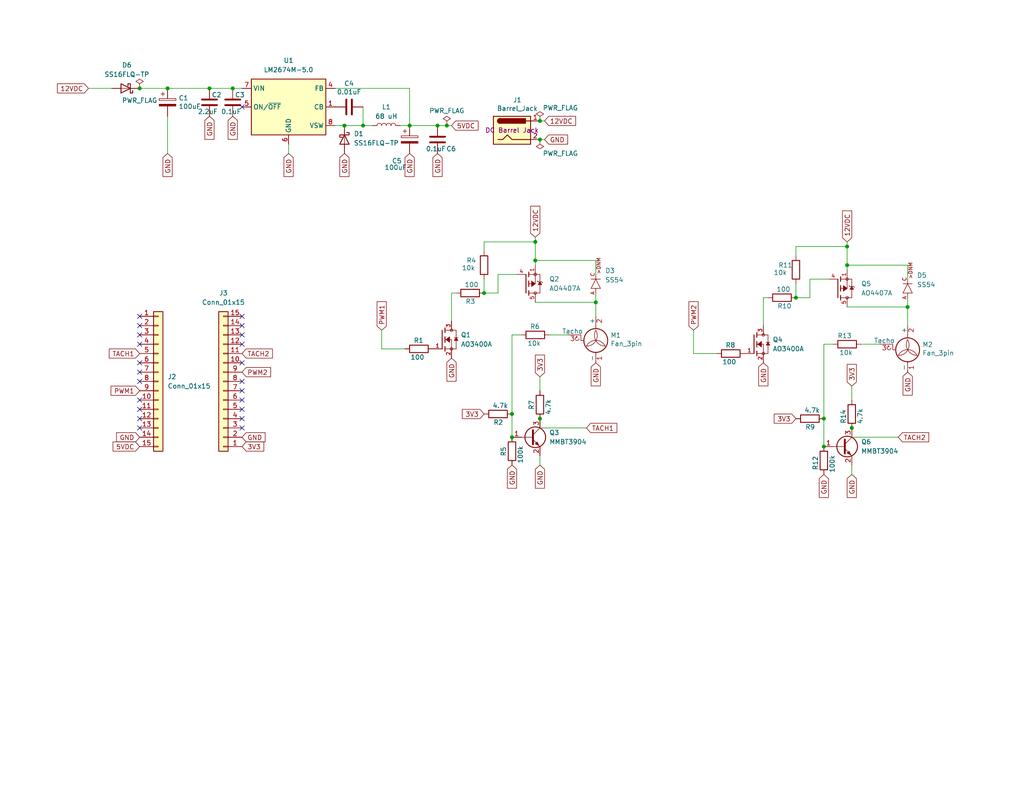
<source format=kicad_sch>
(kicad_sch (version 20250114) (generator "eeschema") (generator_version "9.0")
  (paper "USLetter")
  (lib_symbols
    (symbol "AO3400A:AO3400A" (pin_names (offset 1.016))
      (property "Reference" "Q" (at -8.89 2.54 0))
      (property "Value" "AO3400A" (at -8.89 -7.62 0))
      (symbol "AO3400A_0_0"
        (polyline (pts (xy 0 2.54) (xy 0 -2.54)) (stroke (width 0.254)))
        (polyline (pts (xy 0.762 3.175) (xy 0.762 2.54)) (stroke (width 0.254)))
        (polyline (pts (xy 0.762 2.54) (xy 0.762 1.905)) (stroke (width 0.254)))
        (polyline (pts (xy 0.762 2.54) (xy 3.81 2.54)) (stroke (width 0.1524)))
        (polyline (pts (xy 0.762 0.762) (xy 0.762 0)) (stroke (width 0.254)))
        (polyline (pts (xy 0.762 0) (xy 0.762 -0.762)) (stroke (width 0.254)))
        (polyline (pts (xy 0.762 0) (xy 2.54 0)) (stroke (width 0.1524)))
        (polyline (pts (xy 0.762 -1.905) (xy 0.762 -2.54)) (stroke (width 0.254)))
        (polyline (pts (xy 0.762 -2.54) (xy 0.762 -3.175)) (stroke (width 0.254)))
        (polyline (pts (xy 1.016 0) (xy 2.032 0.762) (xy 2.032 -0.762) (xy 1.016 0)) (stroke (width 0.1524)) (fill (type outline)))
        (circle (center 2.54 2.54) (radius 0.3592))
        (polyline (pts (xy 2.54 0) (xy 2.54 -2.54)) (stroke (width 0.1524)))
        (polyline (pts (xy 2.54 -2.54) (xy 0.762 -2.54)) (stroke (width 0.1524)))
        (polyline (pts (xy 2.54 -2.54) (xy 3.81 -2.54)) (stroke (width 0.1524)))
        (circle (center 2.54 -2.54) (radius 0.3592))
        (polyline (pts (xy 3.81 2.54) (xy 3.81 0.508)) (stroke (width 0.1524)))
        (polyline (pts (xy 3.81 0.508) (xy 3.302 0.508)) (stroke (width 0.1524)))
        (polyline (pts (xy 3.81 0.508) (xy 3.81 -2.54)) (stroke (width 0.1524)))
        (polyline (pts (xy 3.81 0.508) (xy 3.302 -0.254) (xy 4.318 -0.254) (xy 3.81 0.508)) (stroke (width 0.1524)) (fill (type outline)))
        (polyline (pts (xy 4.318 0.508) (xy 3.81 0.508)) (stroke (width 0.1524)))
        (pin passive line (at -2.54 -2.54 0) (length 2.54) (name "~") (number "1"))
        (pin passive line (at 2.54 5.08 270) (length 2.54) (name "~") (number "3"))
        (pin passive line (at 2.54 -5.08 90) (length 2.54) (name "~") (number "2"))
      )
    )
    (symbol "AO4407A:AO4407A" (pin_names (offset 1.016))
      (property "Reference" "Q" (at -8.89 3.81 0))
      (property "Value" "AO4407A" (at -8.89 -6.35 0))
      (symbol "AO4407A_0_0"
        (polyline (pts (xy 0 -2.54) (xy 0 2.54)) (stroke (width 0.254)))
        (polyline (pts (xy 0.762 2.54) (xy 0.762 3.175)) (stroke (width 0.254)))
        (polyline (pts (xy 0.762 1.905) (xy 0.762 2.54)) (stroke (width 0.254)))
        (polyline (pts (xy 0.762 0) (xy 0.762 0.762)) (stroke (width 0.254)))
        (polyline (pts (xy 0.762 0) (xy 2.54 0)) (stroke (width 0.1524)))
        (polyline (pts (xy 0.762 -0.762) (xy 0.762 0)) (stroke (width 0.254)))
        (polyline (pts (xy 0.762 -2.54) (xy 0.762 -1.905)) (stroke (width 0.254)))
        (polyline (pts (xy 0.762 -2.54) (xy 3.81 -2.54)) (stroke (width 0.1524)))
        (polyline (pts (xy 0.762 -3.175) (xy 0.762 -2.54)) (stroke (width 0.254)))
        (polyline (pts (xy 2.54 2.54) (xy 0.762 2.54)) (stroke (width 0.1524)))
        (polyline (pts (xy 2.54 2.54) (xy 3.81 2.54)) (stroke (width 0.1524)))
        (circle (center 2.54 2.54) (radius 0.3592))
        (polyline (pts (xy 2.54 0) (xy 2.54 2.54)) (stroke (width 0.1524)))
        (polyline (pts (xy 2.54 0) (xy 1.524 0.762) (xy 1.524 -0.762) (xy 2.54 0)) (stroke (width 0.1524)) (fill (type outline)))
        (circle (center 2.54 -2.54) (radius 0.3592))
        (polyline (pts (xy 3.048 0.762) (xy 3.302 0.508)) (stroke (width 0.1524)))
        (polyline (pts (xy 3.302 0.508) (xy 3.81 0.508)) (stroke (width 0.1524)))
        (polyline (pts (xy 3.81 0.508) (xy 3.81 2.54)) (stroke (width 0.1524)))
        (polyline (pts (xy 3.81 0.508) (xy 4.318 0.508)) (stroke (width 0.1524)))
        (polyline (pts (xy 3.81 0.508) (xy 4.318 -0.254) (xy 3.302 -0.254) (xy 3.81 0.508)) (stroke (width 0.1524)) (fill (type outline)))
        (polyline (pts (xy 3.81 -2.54) (xy 3.81 0.508)) (stroke (width 0.1524)))
        (polyline (pts (xy 4.318 0.508) (xy 4.572 0.254)) (stroke (width 0.1524)))
        (pin passive line (at -2.54 2.54 0) (length 2.54) (name "~") (number "4"))
        (pin passive line (at 2.54 5.08 270) (length 2.54) (name "~") (number "1"))
        (pin passive line (at 2.54 5.08 270) (length 2.54) (hide yes) (name "~") (number "2"))
        (pin passive line (at 2.54 5.08 270) (length 2.54) (hide yes) (name "~") (number "3"))
        (pin passive line (at 2.54 -5.08 90) (length 2.54) (name "~") (number "5"))
        (pin passive line (at 2.54 -5.08 90) (length 2.54) (hide yes) (name "~") (number "6"))
        (pin passive line (at 2.54 -5.08 90) (length 2.54) (hide yes) (name "~") (number "7"))
        (pin passive line (at 2.54 -5.08 90) (length 2.54) (hide yes) (name "~") (number "8"))
      )
    )
    (symbol "Connector:Barrel_Jack" (pin_names (offset 1.016))
      (property "Reference" "J" (at 0 5.334 0))
      (property "Value" "Barrel_Jack" (at 0 -5.08 0))
      (symbol "Barrel_Jack_0_1"
        (rectangle (start -5.08 3.81) (end 5.08 -3.81) (stroke (width 0.254)) (fill (type background)))
        (polyline (pts (xy -3.81 -2.54) (xy -2.54 -2.54) (xy -1.27 -1.27) (xy 0 -2.54) (xy 2.54 -2.54) (xy 5.08 -2.54)) (stroke (width 0.254)))
        (arc (start -3.302 1.905) (mid -3.9343 2.54) (end -3.302 3.175) (stroke (width 0.254)))
        (arc (start -3.302 1.905) (mid -3.9343 2.54) (end -3.302 3.175) (stroke (width 0.254)) (fill (type outline)))
        (rectangle (start 3.683 3.175) (end -3.302 1.905) (stroke (width 0.254)) (fill (type outline)))
        (polyline (pts (xy 5.08 2.54) (xy 3.81 2.54)) (stroke (width 0.254)))
      )
      (symbol "Barrel_Jack_1_1"
        (pin passive line (at 7.62 2.54 180) (length 2.54) (name "~") (number "1"))
        (pin passive line (at 7.62 -2.54 180) (length 2.54) (name "~") (number "2"))
      )
    )
    (symbol "Connector_Generic:Conn_01x15" (pin_names (offset 1.016) (hide yes))
      (property "Reference" "J" (at 0 20.32 0))
      (property "Value" "Conn_01x15" (at 0 -20.32 0))
      (symbol "Conn_01x15_1_1"
        (rectangle (start -1.27 19.05) (end 1.27 -19.05) (stroke (width 0.254)) (fill (type background)))
        (rectangle (start -1.27 17.907) (end 0 17.653) (stroke (width 0.1524)))
        (rectangle (start -1.27 15.367) (end 0 15.113) (stroke (width 0.1524)))
        (rectangle (start -1.27 12.827) (end 0 12.573) (stroke (width 0.1524)))
        (rectangle (start -1.27 10.287) (end 0 10.033) (stroke (width 0.1524)))
        (rectangle (start -1.27 7.747) (end 0 7.493) (stroke (width 0.1524)))
        (rectangle (start -1.27 5.207) (end 0 4.953) (stroke (width 0.1524)))
        (rectangle (start -1.27 2.667) (end 0 2.413) (stroke (width 0.1524)))
        (rectangle (start -1.27 0.127) (end 0 -0.127) (stroke (width 0.1524)))
        (rectangle (start -1.27 -2.413) (end 0 -2.667) (stroke (width 0.1524)))
        (rectangle (start -1.27 -4.953) (end 0 -5.207) (stroke (width 0.1524)))
        (rectangle (start -1.27 -7.493) (end 0 -7.747) (stroke (width 0.1524)))
        (rectangle (start -1.27 -10.033) (end 0 -10.287) (stroke (width 0.1524)))
        (rectangle (start -1.27 -12.573) (end 0 -12.827) (stroke (width 0.1524)))
        (rectangle (start -1.27 -15.113) (end 0 -15.367) (stroke (width 0.1524)))
        (rectangle (start -1.27 -17.653) (end 0 -17.907) (stroke (width 0.1524)))
        (pin passive line (at -5.08 17.78 0) (length 3.81) (name "Pin_1") (number "1"))
        (pin passive line (at -5.08 15.24 0) (length 3.81) (name "Pin_2") (number "2"))
        (pin passive line (at -5.08 12.7 0) (length 3.81) (name "Pin_3") (number "3"))
        (pin passive line (at -5.08 10.16 0) (length 3.81) (name "Pin_4") (number "4"))
        (pin passive line (at -5.08 7.62 0) (length 3.81) (name "Pin_5") (number "5"))
        (pin passive line (at -5.08 5.08 0) (length 3.81) (name "Pin_6") (number "6"))
        (pin passive line (at -5.08 2.54 0) (length 3.81) (name "Pin_7") (number "7"))
        (pin passive line (at -5.08 0 0) (length 3.81) (name "Pin_8") (number "8"))
        (pin passive line (at -5.08 -2.54 0) (length 3.81) (name "Pin_9") (number "9"))
        (pin passive line (at -5.08 -5.08 0) (length 3.81) (name "Pin_10") (number "10"))
        (pin passive line (at -5.08 -7.62 0) (length 3.81) (name "Pin_11") (number "11"))
        (pin passive line (at -5.08 -10.16 0) (length 3.81) (name "Pin_12") (number "12"))
        (pin passive line (at -5.08 -12.7 0) (length 3.81) (name "Pin_13") (number "13"))
        (pin passive line (at -5.08 -15.24 0) (length 3.81) (name "Pin_14") (number "14"))
        (pin passive line (at -5.08 -17.78 0) (length 3.81) (name "Pin_15") (number "15"))
      )
    )
    (symbol "Device:C" (pin_numbers (hide yes)) (pin_names (offset 0.254))
      (property "Reference" "C" (at 0.635 2.54 0))
      (property "Value" "C" (at 0.635 -2.54 0))
      (symbol "C_0_1"
        (polyline (pts (xy -2.032 0.762) (xy 2.032 0.762)) (stroke (width 0.508)))
        (polyline (pts (xy -2.032 -0.762) (xy 2.032 -0.762)) (stroke (width 0.508)))
      )
      (symbol "C_1_1"
        (pin passive line (at 0 3.81 270) (length 2.794) (name "~") (number "1"))
        (pin passive line (at 0 -3.81 90) (length 2.794) (name "~") (number "2"))
      )
    )
    (symbol "Device:C_Polarized" (pin_numbers (hide yes)) (pin_names (offset 0.254))
      (property "Reference" "C" (at 0.635 2.54 0))
      (property "Value" "C_Polarized" (at 0.635 -2.54 0))
      (symbol "C_Polarized_0_1"
        (rectangle (start -2.286 0.508) (end 2.286 1.016))
        (polyline (pts (xy -1.778 2.286) (xy -0.762 2.286)))
        (polyline (pts (xy -1.27 2.794) (xy -1.27 1.778)))
        (rectangle (start 2.286 -0.508) (end -2.286 -1.016) (fill (type outline)))
      )
      (symbol "C_Polarized_1_1"
        (pin passive line (at 0 3.81 270) (length 2.794) (name "~") (number "1"))
        (pin passive line (at 0 -3.81 90) (length 2.794) (name "~") (number "2"))
      )
    )
    (symbol "Device:L" (pin_numbers (hide yes)) (pin_names (offset 1.016) (hide yes))
      (property "Reference" "L" (at -1.27 0 90))
      (property "Value" "L" (at 1.905 0 90))
      (symbol "L_0_1"
        (arc (start 0 2.54) (mid 0.6323 1.905) (end 0 1.27))
        (arc (start 0 1.27) (mid 0.6323 0.635) (end 0 0))
        (arc (start 0 0) (mid 0.6323 -0.635) (end 0 -1.27))
        (arc (start 0 -1.27) (mid 0.6323 -1.905) (end 0 -2.54))
      )
      (symbol "L_1_1"
        (pin passive line (at 0 3.81 270) (length 1.27) (name "1") (number "1"))
        (pin passive line (at 0 -3.81 90) (length 1.27) (name "2") (number "2"))
      )
    )
    (symbol "Device:R" (pin_numbers (hide yes)) (pin_names (offset 0))
      (property "Reference" "R" (at 2.032 0 90))
      (property "Value" "R" (at 0 0 90))
      (symbol "R_0_1"
        (rectangle (start -1.016 -2.54) (end 1.016 2.54) (stroke (width 0.254)))
      )
      (symbol "R_1_1"
        (pin passive line (at 0 3.81 270) (length 1.27) (name "~") (number "1"))
        (pin passive line (at 0 -3.81 90) (length 1.27) (name "~") (number "2"))
      )
    )
    (symbol "Diode:SS16" (pin_numbers (hide yes)) (pin_names (offset 1.016) (hide yes))
      (property "Reference" "D" (at 0 2.54 0))
      (property "Value" "SS16" (at 0 -2.54 0))
      (symbol "SS16_0_1"
        (polyline (pts (xy -1.905 0.635) (xy -1.905 1.27) (xy -1.27 1.27) (xy -1.27 -1.27) (xy -0.635 -1.27) (xy -0.635 -0.635)) (stroke (width 0.254)))
        (polyline (pts (xy 1.27 1.27) (xy 1.27 -1.27) (xy -1.27 0) (xy 1.27 1.27)) (stroke (width 0.254)))
        (polyline (pts (xy 1.27 0) (xy -1.27 0)))
      )
      (symbol "SS16_1_1"
        (pin passive line (at -3.81 0 0) (length 2.54) (name "K") (number "1"))
        (pin passive line (at 3.81 0 180) (length 2.54) (name "A") (number "2"))
      )
    )
    (symbol "Motor:Fan_3pin" (pin_names (offset 0))
      (property "Reference" "M" (at 2.54 2.54 0))
      (property "Value" "Fan_3pin" (at 2.54 -5.08 0))
      (symbol "Fan_3pin_0_0"
        (polyline (pts (xy -5.08 -0.508) (xy -5.334 -0.381)))
        (polyline (pts (xy -5.08 -0.508) (xy -5.207 -0.762)))
        (arc (start -4.572 -1.016) (mid -5.08 -1.5218) (end -5.588 -1.016))
        (arc (start -5.588 -1.016) (mid -5.4392 -0.6568) (end -5.08 -0.508))
        (polyline (pts (xy -4.064 0) (xy -4.064 -1.524) (xy -3.302 -1.524)))
      )
      (symbol "Fan_3pin_0_1"
        (polyline (pts (xy -4.064 0) (xy -5.08 0)))
        (arc (start 0 1.27) (mid -0.0015 -1.6352) (end -2.54 -3.048))
        (polyline (pts (xy 0 2.032) (xy 0 2.54)))
        (polyline (pts (xy 0 1.7272) (xy 0 2.0828)))
        (circle (center 0 -1.524) (radius 3.2512) (stroke (width 0.254)))
        (arc (start -2.54 -3.048) (mid 0 -1.4782) (end 2.54 -3.048))
        (polyline (pts (xy 0 -4.7752) (xy 0 -5.1816)))
        (polyline (pts (xy 0 -7.62) (xy 0 -7.112)))
        (arc (start 2.54 -3.048) (mid 0.047 -1.6085) (end 0 1.27))
      )
      (symbol "Fan_3pin_1_1"
        (pin passive line (at -7.62 0 0) (length 2.54) (name "Tacho") (number "3"))
        (pin passive line (at 0 5.08 270) (length 2.54) (name "+") (number "2"))
        (pin passive line (at 0 -7.62 90) (length 2.54) (name "-") (number "1"))
      )
    )
    (symbol "Regulator_Switching:LM2674M-5.0"
      (property "Reference" "U" (at -10.16 8.89 0))
      (property "Value" "LM2674M-5.0" (at 0 8.89 0))
      (symbol "LM2674M-5.0_0_1"
        (rectangle (start -10.16 7.62) (end 10.16 -7.62) (stroke (width 0.254)) (fill (type background)))
      )
      (symbol "LM2674M-5.0_1_1"
        (pin power_in line (at -12.7 5.08 0) (length 2.54) (name "VIN") (number "7"))
        (pin input line (at -12.7 0 0) (length 2.54) (name "ON/~{OFF}") (number "5"))
        (pin no_connect line (at -10.16 -2.54 0) (length 2.54) (hide yes) (name "NC") (number "2"))
        (pin no_connect line (at -10.16 -5.08 0) (length 2.54) (hide yes) (name "NC") (number "3"))
        (pin power_in line (at 0 -10.16 90) (length 2.54) (name "GND") (number "6"))
        (pin input line (at 12.7 5.08 180) (length 2.54) (name "FB") (number "4"))
        (pin input line (at 12.7 0 180) (length 2.54) (name "CB") (number "1"))
        (pin output line (at 12.7 -5.08 180) (length 2.54) (name "VSW") (number "8"))
      )
    )
    (symbol "SS54:SS54" (pin_names (offset 1.016))
      (property "Reference" "D" (at 2.54 0.762 0))
      (property "Value" "SS54" (at 0 0 0))
      (symbol "SS54_0_0"
        (polyline (pts (xy -1.27 1.27) (xy -1.27 0)) (stroke (width 0.1524)))
        (polyline (pts (xy -1.27 0) (xy -2.54 0)) (stroke (width 0.1524)))
        (polyline (pts (xy -1.27 0) (xy -1.27 -1.27)) (stroke (width 0.1524)))
        (polyline (pts (xy -1.27 -1.27) (xy 1.27 0)) (stroke (width 0.1524)))
        (polyline (pts (xy 1.27 1.27) (xy 1.27 0)) (stroke (width 0.1524)))
        (polyline (pts (xy 1.27 0) (xy -1.27 1.27)) (stroke (width 0.1524)))
        (polyline (pts (xy 1.27 0) (xy 1.27 -1.27)) (stroke (width 0.1524)))
        (polyline (pts (xy 2.54 0) (xy 1.27 0)) (stroke (width 0.1524)))
        (text ">DNM" (at 2.54 -0.7874 0) (effects (font (size 1.016 1.016)) (justify left)))
        (pin input line (at -2.54 0 0) (length 0) (name "~") (number "A"))
        (pin output line (at 2.54 0 0) (length 0) (name "~") (number "C"))
      )
    )
    (symbol "Transistor_BJT:MMBT3904" (pin_names (offset 0) (hide yes))
      (property "Reference" "Q" (at 5.08 1.905 0))
      (property "Value" "MMBT3904" (at 5.08 0 0))
      (symbol "MMBT3904_0_1"
        (polyline (pts (xy -2.54 0) (xy 0.635 0)))
        (polyline (pts (xy 0.635 1.905) (xy 0.635 -1.905)) (stroke (width 0.508)))
        (circle (center 1.27 0) (radius 2.8194) (stroke (width 0.254)))
      )
      (symbol "MMBT3904_1_1"
        (polyline (pts (xy 0.635 0.635) (xy 2.54 2.54)))
        (polyline (pts (xy 0.635 -0.635) (xy 2.54 -2.54)))
        (polyline (pts (xy 1.27 -1.778) (xy 1.778 -1.27) (xy 2.286 -2.286) (xy 1.27 -1.778)) (fill (type outline)))
        (pin input line (at -5.08 0 0) (length 2.54) (name "B") (number "1"))
        (pin passive line (at 2.54 5.08 270) (length 2.54) (name "C") (number "3"))
        (pin passive line (at 2.54 -5.08 90) (length 2.54) (name "E") (number "2"))
      )
    )
    (symbol "power:PWR_FLAG" (power) (pin_numbers (hide yes)) (pin_names (offset 0) (hide yes))
      (property "Value" "PWR_FLAG" (at 0 3.81 0))
      (symbol "PWR_FLAG_0_0"
        (pin power_out line (at 0 0 90) (length 0) (name "~") (number "1"))
      )
      (symbol "PWR_FLAG_0_1"
        (polyline (pts (xy 0 0) (xy 0 1.27) (xy -1.016 1.905) (xy 0 2.54) (xy 1.016 1.905) (xy 0 1.27)))
      )
    )
  )
  (junction (at 146.05 66.04))
  (junction (at 93.98 34.29))
  (junction (at 139.7 113.03))
  (junction (at 224.79 121.92))
  (junction (at 111.76 34.29))
  (junction (at 38.1 24.13))
  (junction (at 147.32 38.1))
  (junction (at 147.32 114.3))
  (junction (at 217.17 81.28))
  (junction (at 119.38 34.29))
  (junction (at 45.72 24.13))
  (junction (at 99.06 34.29))
  (junction (at 132.08 80.01))
  (junction (at 231.14 67.31))
  (junction (at 162.56 82.55))
  (junction (at 63.5 24.13))
  (junction (at 224.79 114.3))
  (junction (at 232.41 116.84))
  (junction (at 139.7 119.38))
  (junction (at 57.15 24.13))
  (junction (at 231.14 72.39))
  (junction (at 247.65 83.82))
  (junction (at 146.05 71.12))
  (junction (at 147.32 33.02))
  (junction (at 121.92 34.29))
  (no_connect (at 66.04 116.84))
  (no_connect (at 38.1 114.3))
  (no_connect (at 66.04 91.44))
  (no_connect (at 38.1 104.14))
  (no_connect (at 38.1 86.36))
  (no_connect (at 38.1 93.98))
  (no_connect (at 66.04 86.36))
  (no_connect (at 38.1 116.84))
  (no_connect (at 66.04 114.3))
  (no_connect (at 38.1 88.9))
  (no_connect (at 66.04 109.22))
  (no_connect (at 38.1 99.06))
  (no_connect (at 38.1 109.22))
  (no_connect (at 66.04 111.76))
  (no_connect (at 38.1 101.6))
  (no_connect (at 66.04 99.06))
  (no_connect (at 66.04 106.68))
  (no_connect (at 66.04 88.9))
  (no_connect (at 38.1 111.76))
  (no_connect (at 38.1 91.44))
  (no_connect (at 66.04 93.98))
  (no_connect (at 66.04 104.14))
  (no_connect (at 66.04 29.21))
  (wire (pts (xy 24.13 24.13) (xy 30.48 24.13)))
  (wire (pts (xy 132.08 76.2) (xy 132.08 80.01)))
  (wire (pts (xy 146.05 71.12) (xy 162.56 71.12)))
  (wire (pts (xy 109.22 34.29) (xy 111.76 34.29)))
  (wire (pts (xy 99.06 34.29) (xy 99.06 29.21)))
  (wire (pts (xy 78.74 39.37) (xy 78.74 41.91)))
  (wire (pts (xy 224.79 114.3) (xy 224.79 121.92)))
  (wire (pts (xy 123.19 80.01) (xy 124.46 80.01)))
  (wire (pts (xy 91.44 24.13) (xy 111.76 24.13)))
  (wire (pts (xy 135.89 80.01) (xy 132.08 80.01)))
  (wire (pts (xy 232.41 119.38) (xy 245.11 119.38)))
  (wire (pts (xy 234.95 93.98) (xy 240.03 93.98)))
  (wire (pts (xy 146.05 82.55) (xy 162.56 82.55)))
  (wire (pts (xy 232.41 105.41) (xy 232.41 109.22)))
  (wire (pts (xy 142.24 91.44) (xy 139.7 91.44)))
  (wire (pts (xy 231.14 72.39) (xy 231.14 73.66)))
  (wire (pts (xy 232.41 129.54) (xy 232.41 127)))
  (wire (pts (xy 45.72 31.75) (xy 45.72 41.91)))
  (wire (pts (xy 146.05 64.77) (xy 146.05 66.04)))
  (wire (pts (xy 91.44 34.29) (xy 93.98 34.29)))
  (wire (pts (xy 121.92 34.29) (xy 123.19 34.29)))
  (wire (pts (xy 162.56 74.93) (xy 162.56 71.12)))
  (wire (pts (xy 217.17 67.31) (xy 217.17 69.85)))
  (wire (pts (xy 147.32 102.87) (xy 147.32 106.68)))
  (wire (pts (xy 247.65 81.28) (xy 247.65 83.82)))
  (wire (pts (xy 135.89 74.93) (xy 135.89 80.01)))
  (wire (pts (xy 189.23 96.52) (xy 195.58 96.52)))
  (wire (pts (xy 217.17 77.47) (xy 217.17 81.28)))
  (wire (pts (xy 220.98 76.2) (xy 226.06 76.2)))
  (wire (pts (xy 111.76 34.29) (xy 119.38 34.29)))
  (wire (pts (xy 101.6 34.29) (xy 99.06 34.29)))
  (wire (pts (xy 93.98 34.29) (xy 99.06 34.29)))
  (wire (pts (xy 45.72 24.13) (xy 57.15 24.13)))
  (wire (pts (xy 232.41 116.84) (xy 232.41 119.38)))
  (wire (pts (xy 247.65 83.82) (xy 247.65 88.9)))
  (wire (pts (xy 139.7 113.03) (xy 139.7 119.38)))
  (wire (pts (xy 63.5 24.13) (xy 66.04 24.13)))
  (wire (pts (xy 146.05 66.04) (xy 146.05 71.12)))
  (wire (pts (xy 132.08 66.04) (xy 146.05 66.04)))
  (wire (pts (xy 231.14 72.39) (xy 247.65 72.39)))
  (wire (pts (xy 247.65 76.2) (xy 247.65 72.39)))
  (wire (pts (xy 111.76 24.13) (xy 111.76 34.29)))
  (wire (pts (xy 162.56 80.01) (xy 162.56 82.55)))
  (wire (pts (xy 147.32 124.46) (xy 147.32 127)))
  (wire (pts (xy 231.14 67.31) (xy 231.14 72.39)))
  (wire (pts (xy 146.05 71.12) (xy 146.05 72.39)))
  (wire (pts (xy 147.32 116.84) (xy 160.02 116.84)))
  (wire (pts (xy 132.08 66.04) (xy 132.08 68.58)))
  (wire (pts (xy 220.98 76.2) (xy 220.98 81.28)))
  (wire (pts (xy 104.14 90.17) (xy 104.14 95.25)))
  (wire (pts (xy 208.28 81.28) (xy 209.55 81.28)))
  (wire (pts (xy 104.14 95.25) (xy 110.49 95.25)))
  (wire (pts (xy 57.15 24.13) (xy 63.5 24.13)))
  (wire (pts (xy 189.23 90.17) (xy 189.23 96.52)))
  (wire (pts (xy 147.32 33.02) (xy 148.59 33.02)))
  (wire (pts (xy 139.7 91.44) (xy 139.7 113.03)))
  (wire (pts (xy 208.28 88.9) (xy 208.28 81.28)))
  (wire (pts (xy 119.38 34.29) (xy 121.92 34.29)))
  (wire (pts (xy 147.32 114.3) (xy 147.32 116.84)))
  (wire (pts (xy 217.17 67.31) (xy 231.14 67.31)))
  (wire (pts (xy 135.89 74.93) (xy 140.97 74.93)))
  (wire (pts (xy 231.14 66.04) (xy 231.14 67.31)))
  (wire (pts (xy 149.86 91.44) (xy 154.94 91.44)))
  (wire (pts (xy 123.19 87.63) (xy 123.19 80.01)))
  (wire (pts (xy 38.1 24.13) (xy 45.72 24.13)))
  (wire (pts (xy 162.56 82.55) (xy 162.56 86.36)))
  (wire (pts (xy 148.59 38.1) (xy 147.32 38.1)))
  (wire (pts (xy 227.33 93.98) (xy 224.79 93.98)))
  (wire (pts (xy 220.98 81.28) (xy 217.17 81.28)))
  (wire (pts (xy 224.79 93.98) (xy 224.79 114.3)))
  (wire (pts (xy 231.14 83.82) (xy 247.65 83.82)))
  (global_label "GND" (shape input) (at 232.41 129.54 270) (property "Intersheetrefs" "${INTERSHEET_REFS}" (effects (hide yes))))
  (global_label "GND" (shape input) (at 247.65 101.6 270) (property "Intersheetrefs" "${INTERSHEET_REFS}" (effects (hide yes))))
  (global_label "GND" (shape input) (at 111.76 41.91 270) (property "Intersheetrefs" "${INTERSHEET_REFS}" (effects (hide yes))))
  (global_label "TACH1" (shape input) (at 38.1 96.52 180) (property "Intersheetrefs" "${INTERSHEET_REFS}" (effects (hide yes))))
  (global_label "GND" (shape input) (at 78.74 41.91 270) (property "Intersheetrefs" "${INTERSHEET_REFS}" (effects (hide yes))))
  (global_label "12VDC" (shape input) (at 148.59 33.02 0) (property "Intersheetrefs" "${INTERSHEET_REFS}" (effects (hide yes))))
  (global_label "PWM2" (shape input) (at 189.23 90.17 90) (property "Intersheetrefs" "${INTERSHEET_REFS}" (effects (hide yes))))
  (global_label "GND" (shape input) (at 224.79 129.54 270) (property "Intersheetrefs" "${INTERSHEET_REFS}" (effects (hide yes))))
  (global_label "3V3" (shape input) (at 232.41 105.41 90) (property "Intersheetrefs" "${INTERSHEET_REFS}" (effects (hide yes))))
  (global_label "5VDC" (shape input) (at 38.1 121.92 180) (property "Intersheetrefs" "${INTERSHEET_REFS}" (effects (hide yes))))
  (global_label "PWM1" (shape input) (at 38.1 106.68 180) (property "Intersheetrefs" "${INTERSHEET_REFS}" (effects (hide yes))))
  (global_label "3V3" (shape input) (at 66.04 121.92 0) (property "Intersheetrefs" "${INTERSHEET_REFS}" (effects (hide yes))))
  (global_label "TACH2" (shape input) (at 66.04 96.52 0) (property "Intersheetrefs" "${INTERSHEET_REFS}" (effects (hide yes))))
  (global_label "GND" (shape input) (at 208.28 99.06 270) (property "Intersheetrefs" "${INTERSHEET_REFS}" (effects (hide yes))))
  (global_label "GND" (shape input) (at 45.72 41.91 270) (property "Intersheetrefs" "${INTERSHEET_REFS}" (effects (hide yes))))
  (global_label "GND" (shape input) (at 66.04 119.38 0) (property "Intersheetrefs" "${INTERSHEET_REFS}" (effects (hide yes))))
  (global_label "GND" (shape input) (at 57.15 31.75 270) (property "Intersheetrefs" "${INTERSHEET_REFS}" (effects (hide yes))))
  (global_label "TACH1" (shape input) (at 160.02 116.84 0) (property "Intersheetrefs" "${INTERSHEET_REFS}" (effects (hide yes))))
  (global_label "GND" (shape input) (at 139.7 127 270) (property "Intersheetrefs" "${INTERSHEET_REFS}" (effects (hide yes))))
  (global_label "GND" (shape input) (at 93.98 41.91 270) (property "Intersheetrefs" "${INTERSHEET_REFS}" (effects (hide yes))))
  (global_label "12VDC" (shape input) (at 231.14 66.04 90) (property "Intersheetrefs" "${INTERSHEET_REFS}" (effects (hide yes))))
  (global_label "3V3" (shape input) (at 147.32 102.87 90) (property "Intersheetrefs" "${INTERSHEET_REFS}" (effects (hide yes))))
  (global_label "PWM2" (shape input) (at 66.04 101.6 0) (property "Intersheetrefs" "${INTERSHEET_REFS}" (effects (hide yes))))
  (global_label "GND" (shape input) (at 162.56 99.06 270) (property "Intersheetrefs" "${INTERSHEET_REFS}" (effects (hide yes))))
  (global_label "GND" (shape input) (at 119.38 41.91 270) (property "Intersheetrefs" "${INTERSHEET_REFS}" (effects (hide yes))))
  (global_label "GND" (shape input) (at 38.1 119.38 180) (property "Intersheetrefs" "${INTERSHEET_REFS}" (effects (hide yes))))
  (global_label "GND" (shape input) (at 148.59 38.1 0) (property "Intersheetrefs" "${INTERSHEET_REFS}" (effects (hide yes))))
  (global_label "3V3" (shape input) (at 217.17 114.3 180) (property "Intersheetrefs" "${INTERSHEET_REFS}" (effects (hide yes))))
  (global_label "TACH2" (shape input) (at 245.11 119.38 0) (property "Intersheetrefs" "${INTERSHEET_REFS}" (effects (hide yes))))
  (global_label "GND" (shape input) (at 63.5 31.75 270) (property "Intersheetrefs" "${INTERSHEET_REFS}" (effects (hide yes))))
  (global_label "5VDC" (shape input) (at 123.19 34.29 0) (property "Intersheetrefs" "${INTERSHEET_REFS}" (effects (hide yes))))
  (global_label "PWM1" (shape input) (at 104.14 90.17 90) (property "Intersheetrefs" "${INTERSHEET_REFS}" (effects (hide yes))))
  (global_label "GND" (shape input) (at 147.32 127 270) (property "Intersheetrefs" "${INTERSHEET_REFS}" (effects (hide yes))))
  (global_label "GND" (shape input) (at 123.19 97.79 270) (property "Intersheetrefs" "${INTERSHEET_REFS}" (effects (hide yes))))
  (global_label "3V3" (shape input) (at 132.08 113.03 180) (property "Intersheetrefs" "${INTERSHEET_REFS}" (effects (hide yes))))
  (global_label "12VDC" (shape input) (at 146.05 64.77 90) (property "Intersheetrefs" "${INTERSHEET_REFS}" (effects (hide yes))))
  (global_label "12VDC" (shape input) (at 24.13 24.13 180) (property "Intersheetrefs" "${INTERSHEET_REFS}" (effects (hide yes))))
  (symbol (lib_id "Motor:Fan_3pin") (at 162.56 91.44 0) (unit 1)
    (property "Reference" "M1" (at 166.5732 91.5416 0) (effects (justify left)))
    (property "Value" "Fan_3pin" (at 166.5732 93.853 0) (effects (justify left)))
    (property "Footprint" "Connector_Molex:Molex_KK-254_AE-6410-03A_1x03_P2.54mm_Vertical" (effects (hide yes)))
    (property "Datasheet" "http://www.hardwarecanucks.com/forum/attachments/new-builds/16287d1330775095-help-chassis-power-fan-connectors-motherboard-asus_p8z68.jpg" (effects (hide yes)))
    (property "Description" "Fan, tacho output, 3-pin connector" (effects (hide yes)))
  )
  (symbol (lib_id "Connector:Barrel_Jack") (at 139.7 35.56 0) (unit 1)
    (property "Reference" "J1" (at 141.1478 27.305 0))
    (property "Value" "Barrel_Jack" (at 141.1478 29.6164 0))
    (property "Footprint" "Connector_BarrelJack:BarrelJack_CUI_PJ-063AH_Horizontal_CircularHoles" (effects (hide yes)))
    (property "Description" "DC Barrel Jack" (at 139.7 35.56 0))
  )
  (symbol (lib_id "Device:C_Polarized") (at 45.72 27.94 0) (unit 1)
    (property "Reference" "C1" (at 48.7172 26.7716 0) (effects (justify left)))
    (property "Value" "100uF" (at 48.7172 29.083 0) (effects (justify left)))
    (property "Footprint" "Capacitor_THT:CP_Radial_D5.0mm_P2.00mm" (effects (hide yes)))
    (property "Description" "OSCON 100uF low ESR" (effects (hide yes)))
  )
  (symbol (lib_id "Device:C") (at 95.25 29.21 270) (unit 1)
    (property "Reference" "C4" (at 95.25 22.8092 90))
    (property "Value" "0.01uF" (at 95.25 25.1206 90))
    (property "Footprint" "Capacitor_SMD:C_0603_1608Metric" (effects (hide yes)))
    (property "Datasheet" "12065C225JAT2A" (effects (hide yes)))
    (property "Description" "06035C103JAT2A" (effects (hide yes)))
  )
  (symbol (lib_id "Device:C_Polarized") (at 111.76 38.1 0) (unit 1)
    (property "Reference" "C5" (at 106.934 43.942 0) (effects (justify left)))
    (property "Value" "100uF" (at 104.902 45.72 0) (effects (justify left)))
    (property "Footprint" "Capacitor_THT:CP_Radial_D5.0mm_P2.00mm" (effects (hide yes)))
    (property "Description" "Polarized capacitor" (effects (hide yes)))
  )
  (symbol (lib_id "Device:R") (at 147.32 110.49 0) (unit 1)
    (property "Reference" "R7" (at 145.034 109.22 90) (effects (justify right)))
    (property "Value" "4.7k" (at 149.606 108.966 90) (effects (justify right)))
    (property "Footprint" "Resistor_SMD:R_0805_2012Metric_Pad1.20x1.40mm_HandSolder" (effects (hide yes)))
    (property "Description" "Resistor" (effects (hide yes)))
  )
  (symbol (lib_id "power:PWR_FLAG") (at 147.32 38.1 180) (unit 1)
    (property "Reference" "#FLG03" (effects (hide yes)))
    (property "Value" "PWR_FLAG" (at 152.908 41.91 0))
    (property "Description" "Special symbol for telling ERC where power comes from" (effects (hide yes)))
  )
  (symbol (lib_id "AO4407A:AO4407A") (at 228.6 78.74 0) (unit 1)
    (property "Reference" "Q5" (at 234.95 77.4699 0) (effects (justify left)))
    (property "Value" "AO4407A" (at 234.95 80.0099 0) (effects (justify left)))
    (property "Footprint" "AO4407A:SOIC127P600X175-8N" (effects (hide yes)))
    (property "DigiKey_Part_Number" "785-1022-1-ND" (effects (hide yes)))
    (property "SnapEDA_Link" "https://www.snapeda.com/parts/AO4407A/Alpha/view-part/?ref=snap" (effects (hide yes)))
    (property "MAXIMUM_PACKAGE_HEIGHT" "1.75 mm" (effects (hide yes)))
    (property "Package" "SOIC-8 Alpha &amp; Omega Semiconductor" (effects (hide yes)))
    (property "Check_prices" "https://www.snapeda.com/parts/AO4407A/Alpha/view-part/?ref=eda" (effects (hide yes)))
    (property "STANDARD" "IPC 7351B" (effects (hide yes)))
    (property "PARTREV" "I" (effects (hide yes)))
    (property "MF" "Alpha &" (effects (hide yes)))
    (property "MP" "AO4407A" (effects (hide yes)))
    (property "Description_1" "P-Channel 30 V 12A (Ta) 3.1W (Ta) Surface Mount 8-SOIC" (effects (hide yes)))
    (property "MANUFACTURER" "Alpha & Omega Semiconductor" (effects (hide yes)))
  )
  (symbol (lib_id "SS54:SS54") (at 162.56 77.47 90) (unit 1)
    (property "Reference" "D3" (at 165.1 73.8994 90) (effects (justify right)))
    (property "Value" "SS54" (at 165.1 76.4394 90) (effects (justify right)))
    (property "Footprint" "SS54:DO-214AC" (effects (hide yes)))
    (property "MF" "Honeywell Sensing" (effects (hide yes)))
    (property "Description_1" "Digital Switch Unipolar Switch Open Collector Hall Effect SOT-89B" (effects (hide yes)))
    (property "Package" "TO-243AA-243 Honeywell Sensing" (effects (hide yes)))
    (property "Price" "None" (effects (hide yes)))
    (property "MPN" "SS54" (effects (hide yes)))
    (property "SnapEDA_Link" "https://www.snapeda.com/parts/SS54/Honeywell/view-part/?ref=snap" (effects (hide yes)))
    (property "MP" "SS54" (effects (hide yes)))
    (property "Availability" "In Stock" (effects (hide yes)))
    (property "Check_prices" "https://www.snapeda.com/parts/SS54/Honeywell/view-part/?ref=eda" (effects (hide yes)))
  )
  (symbol (lib_id "Diode:SS16") (at 93.98 38.1 270) (unit 1)
    (property "Reference" "D1" (at 96.52 36.5124 90) (effects (justify left)))
    (property "Value" "SS16FLQ-TP" (at 96.52 39.0524 90) (effects (justify left)))
    (property "Footprint" "Diode_SMD:D_SMA" (effects (hide yes)))
    (property "Datasheet" "https://www.mouser.com/datasheet/3/225/1/SS14FLQ_SS16FLQ(DO-221AC).pdf" (effects (hide yes)))
    (property "Description" "60V 1A Schottky Diode, SMA SS16FLQ-TP" (effects (hide yes)))
  )
  (symbol (lib_id "power:PWR_FLAG") (at 121.92 34.29 0) (unit 1)
    (property "Reference" "#FLG01" (effects (hide yes)))
    (property "Value" "PWR_FLAG" (at 121.92 30.226 0))
    (property "Description" "Special symbol for telling ERC where power comes from" (effects (hide yes)))
  )
  (symbol (lib_id "Device:R") (at 231.14 93.98 270) (unit 1)
    (property "Reference" "R13" (at 232.41 91.694 90) (effects (justify right)))
    (property "Value" "10k" (at 232.664 96.266 90) (effects (justify right)))
    (property "Footprint" "Resistor_SMD:R_0805_2012Metric_Pad1.20x1.40mm_HandSolder" (effects (hide yes)))
    (property "Description" "Resistor" (effects (hide yes)))
  )
  (symbol (lib_id "power:PWR_FLAG") (at 38.1 24.13 0) (unit 1)
    (property "Reference" "#FLG04" (effects (hide yes)))
    (property "Value" "PWR_FLAG" (at 38.1 27.432 0))
    (property "Description" "Special symbol for telling ERC where power comes from" (effects (hide yes)))
  )
  (symbol (lib_id "Device:R") (at 114.3 95.25 270) (unit 1)
    (property "Reference" "R1" (at 115.57 92.964 90) (effects (justify right)))
    (property "Value" "100" (at 115.824 97.536 90) (effects (justify right)))
    (property "Footprint" "Resistor_SMD:R_0805_2012Metric_Pad1.20x1.40mm_HandSolder" (effects (hide yes)))
    (property "Description" "Resistor" (effects (hide yes)))
  )
  (symbol (lib_id "Transistor_BJT:MMBT3904") (at 229.87 121.92 0) (unit 1)
    (property "Reference" "Q6" (at 234.95 120.6499 0) (effects (justify left)))
    (property "Value" "MMBT3904" (at 234.95 123.1899 0) (effects (justify left)))
    (property "Footprint" "Package_TO_SOT_SMD:SOT-23_Handsoldering" (effects (hide yes)))
    (property "Datasheet" "https://www.onsemi.com/pdf/datasheet/pzt3904-d.pdf" (effects (hide yes)))
    (property "Description" "0.2A Ic, 40V Vce, Small Signal NPN Transistor, SOT-23" (effects (hide yes)))
  )
  (symbol (lib_id "Device:L") (at 105.41 34.29 90) (unit 1)
    (property "Reference" "L1" (at 105.41 29.21 90))
    (property "Value" "68 uH" (at 105.41 31.75 90))
    (property "Footprint" "Inductor_SMD:L_7.3x7.3_H4.5" (effects (hide yes)))
    (property "Datasheet" "https://www.mouser.com/datasheet/3/265/1/CDH74.pdf" (effects (hide yes)))
    (property "Description" "CDH74NP-680KC" (effects (hide yes)))
  )
  (symbol (lib_id "Device:R") (at 224.79 125.73 0) (unit 1)
    (property "Reference" "R12" (at 222.504 124.46 90) (effects (justify right)))
    (property "Value" "100k" (at 227.076 124.206 90) (effects (justify right)))
    (property "Footprint" "Resistor_SMD:R_0805_2012Metric_Pad1.20x1.40mm_HandSolder" (effects (hide yes)))
    (property "Description" "Resistor" (effects (hide yes)))
  )
  (symbol (lib_id "SS54:SS54") (at 247.65 78.74 90) (unit 1)
    (property "Reference" "D5" (at 250.19 75.1694 90) (effects (justify right)))
    (property "Value" "SS54" (at 250.19 77.7094 90) (effects (justify right)))
    (property "Footprint" "SS54:DO-214AC" (effects (hide yes)))
    (property "MF" "Honeywell Sensing" (effects (hide yes)))
    (property "Description_1" "Digital Switch Unipolar Switch Open Collector Hall Effect SOT-89B" (effects (hide yes)))
    (property "Package" "TO-243AA-243 Honeywell Sensing" (effects (hide yes)))
    (property "Price" "None" (effects (hide yes)))
    (property "MPN" "SS54" (effects (hide yes)))
    (property "SnapEDA_Link" "https://www.snapeda.com/parts/SS54/Honeywell/view-part/?ref=snap" (effects (hide yes)))
    (property "MP" "SS54" (effects (hide yes)))
    (property "Availability" "In Stock" (effects (hide yes)))
    (property "Check_prices" "https://www.snapeda.com/parts/SS54/Honeywell/view-part/?ref=eda" (effects (hide yes)))
  )
  (symbol (lib_id "Connector_Generic:Conn_01x15") (at 43.18 104.14 0) (unit 1)
    (property "Reference" "J2" (at 45.72 102.8699 0) (effects (justify left)))
    (property "Value" "Conn_01x15" (at 45.72 105.4099 0) (effects (justify left)))
    (property "Footprint" "Connector_PinHeader_2.54mm:PinHeader_1x15_P2.54mm_Vertical" (effects (hide yes)))
    (property "Description" "Generic connector, single row, 01x15, script generated (kicad-library-utils/schlib/autogen/connector/)" (effects (hide yes)))
  )
  (symbol (lib_id "AO4407A:AO4407A") (at 143.51 77.47 0) (unit 1)
    (property "Reference" "Q2" (at 149.86 76.1999 0) (effects (justify left)))
    (property "Value" "AO4407A" (at 149.86 78.7399 0) (effects (justify left)))
    (property "Footprint" "AO4407A:SOIC127P600X175-8N" (effects (hide yes)))
    (property "DigiKey_Part_Number" "785-1022-1-ND" (effects (hide yes)))
    (property "SnapEDA_Link" "https://www.snapeda.com/parts/AO4407A/Alpha/view-part/?ref=snap" (effects (hide yes)))
    (property "MAXIMUM_PACKAGE_HEIGHT" "1.75 mm" (effects (hide yes)))
    (property "Package" "SOIC-8 Alpha &amp; Omega Semiconductor" (effects (hide yes)))
    (property "Check_prices" "https://www.snapeda.com/parts/AO4407A/Alpha/view-part/?ref=eda" (effects (hide yes)))
    (property "STANDARD" "IPC 7351B" (effects (hide yes)))
    (property "PARTREV" "I" (effects (hide yes)))
    (property "MF" "Alpha &" (effects (hide yes)))
    (property "MP" "AO4407A" (effects (hide yes)))
    (property "Description_1" "P-Channel 30 V 12A (Ta) 3.1W (Ta) Surface Mount 8-SOIC" (effects (hide yes)))
    (property "MANUFACTURER" "Alpha & Omega Semiconductor" (effects (hide yes)))
  )
  (symbol (lib_id "Motor:Fan_3pin") (at 247.65 93.98 0) (unit 1)
    (property "Reference" "M2" (at 251.6632 94.0816 0) (effects (justify left)))
    (property "Value" "Fan_3pin" (at 251.6632 96.393 0) (effects (justify left)))
    (property "Footprint" "Connector_Molex:Molex_KK-254_AE-6410-03A_1x03_P2.54mm_Vertical" (effects (hide yes)))
    (property "Datasheet" "http://www.hardwarecanucks.com/forum/attachments/new-builds/16287d1330775095-help-chassis-power-fan-connectors-motherboard-asus_p8z68.jpg" (effects (hide yes)))
    (property "Description" "Fan, tacho output, 3-pin connector" (effects (hide yes)))
  )
  (symbol (lib_id "Device:R") (at 220.98 114.3 90) (unit 1)
    (property "Reference" "R9" (at 219.71 116.586 90) (effects (justify right)))
    (property "Value" "4.7k" (at 219.456 112.014 90) (effects (justify right)))
    (property "Footprint" "Resistor_SMD:R_0805_2012Metric_Pad1.20x1.40mm_HandSolder" (effects (hide yes)))
    (property "Description" "Resistor" (effects (hide yes)))
  )
  (symbol (lib_id "Transistor_BJT:MMBT3904") (at 144.78 119.38 0) (unit 1)
    (property "Reference" "Q3" (at 149.86 118.1099 0) (effects (justify left)))
    (property "Value" "MMBT3904" (at 149.86 120.6499 0) (effects (justify left)))
    (property "Footprint" "Package_TO_SOT_SMD:SOT-23" (effects (hide yes)))
    (property "Datasheet" "https://www.onsemi.com/pdf/datasheet/pzt3904-d.pdf" (effects (hide yes)))
    (property "Description" "0.2A Ic, 40V Vce, Small Signal NPN Transistor, SOT-23" (effects (hide yes)))
  )
  (symbol (lib_id "AO3400A:AO3400A") (at 120.65 92.71 0) (unit 1)
    (property "Reference" "Q1" (at 125.73 91.4399 0) (effects (justify left)))
    (property "Value" "AO3400A" (at 125.73 93.9799 0) (effects (justify left)))
    (property "Footprint" "Package_TO_SOT_SMD:SOT-23" (effects (hide yes)))
    (property "MF" "Alpha & Omega Semiconductor" (effects (hide yes)))
    (property "MAXIMUM_PACKAGE_HEIGHT" "1.25 mm" (effects (hide yes)))
    (property "Package" "SOT-23 Alpha &amp; Omega Semiconductor Inc." (effects (hide yes)))
    (property "Price" "None" (effects (hide yes)))
    (property "Check_prices" "https://www.snapeda.com/parts/AO3400A/Alpha/view-part/?ref=eda" (effects (hide yes)))
    (property "STANDARD" "IPC 7351B" (effects (hide yes)))
    (property "PARTREV" "L" (effects (hide yes)))
    (property "SnapEDA_Link" "https://www.snapeda.com/parts/AO3400A/Alpha/view-part/?ref=snap" (effects (hide yes)))
    (property "MP" "AO3400A" (effects (hide yes)))
    (property "Description_1" "N-Channel 30 V 5.7A (Ta) 1.4W (Ta) Surface Mount SOT-23-3" (effects (hide yes)))
    (property "Availability" "In Stock" (effects (hide yes)))
    (property "MANUFACTURER" "Alpha & Omega Semiconductor" (effects (hide yes)))
  )
  (symbol (lib_id "Regulator_Switching:LM2674M-5.0") (at 78.74 29.21 0) (unit 1)
    (property "Reference" "U1" (at 78.74 16.51 0))
    (property "Value" "LM2674M-5.0" (at 78.74 19.05 0))
    (property "Footprint" "Package_SO:SOIC-8_3.9x4.9mm_P1.27mm" (effects (hide yes)))
    (property "Datasheet" "http://www.ti.com/lit/ds/symlink/lm2674.pdf" (effects (hide yes)))
    (property "Description" "5V, 500mA Step-Down Voltage Regulator, SO-8" (effects (hide yes)))
  )
  (symbol (lib_id "Device:C") (at 57.15 27.94 0) (mirror y) (unit 1)
    (property "Reference" "C2" (at 60.452 25.908 0) (effects (justify left)))
    (property "Value" "2.2uF" (at 59.436 30.48 0) (effects (justify left)))
    (property "Footprint" "Capacitor_SMD:C_0805_2012Metric" (effects (hide yes)))
    (property "Description" "2.2µF, X7R, 50 V" (effects (hide yes)))
  )
  (symbol (lib_id "Device:R") (at 132.08 72.39 180) (unit 1)
    (property "Reference" "R4" (at 127.254 71.12 0) (effects (justify right)))
    (property "Value" "10k" (at 125.984 73.152 0) (effects (justify right)))
    (property "Footprint" "Resistor_SMD:R_0805_2012Metric_Pad1.20x1.40mm_HandSolder" (effects (hide yes)))
    (property "Description" "Resistor" (effects (hide yes)))
  )
  (symbol (lib_id "power:PWR_FLAG") (at 147.32 33.02 0) (unit 1)
    (property "Reference" "#FLG02" (effects (hide yes)))
    (property "Value" "PWR_FLAG" (at 152.908 29.464 0))
    (property "Description" "Special symbol for telling ERC where power comes from" (effects (hide yes)))
  )
  (symbol (lib_id "Device:R") (at 135.89 113.03 90) (unit 1)
    (property "Reference" "R2" (at 134.62 115.316 90) (effects (justify right)))
    (property "Value" "4.7k" (at 134.366 110.744 90) (effects (justify right)))
    (property "Footprint" "Resistor_SMD:R_0805_2012Metric_Pad1.20x1.40mm_HandSolder" (effects (hide yes)))
    (property "Description" "Resistor" (effects (hide yes)))
  )
  (symbol (lib_id "Device:R") (at 139.7 123.19 0) (unit 1)
    (property "Reference" "R5" (at 137.414 121.92 90) (effects (justify right)))
    (property "Value" "100k" (at 141.986 121.666 90) (effects (justify right)))
    (property "Footprint" "Resistor_SMD:R_0805_2012Metric_Pad1.20x1.40mm_HandSolder" (effects (hide yes)))
    (property "Description" "Resistor" (effects (hide yes)))
  )
  (symbol (lib_id "Connector_Generic:Conn_01x15") (at 60.96 104.14 180) (unit 1)
    (property "Reference" "J3" (at 60.96 80.01 0))
    (property "Value" "Conn_01x15" (at 60.96 82.55 0))
    (property "Footprint" "Connector_PinHeader_2.54mm:PinHeader_1x15_P2.54mm_Vertical" (effects (hide yes)))
    (property "Description" "Generic connector, single row, 01x15, script generated (kicad-library-utils/schlib/autogen/connector/)" (effects (hide yes)))
  )
  (symbol (lib_id "Device:R") (at 199.39 96.52 270) (unit 1)
    (property "Reference" "R8" (at 200.66 94.234 90) (effects (justify right)))
    (property "Value" "100" (at 200.914 98.806 90) (effects (justify right)))
    (property "Footprint" "Resistor_SMD:R_0805_2012Metric_Pad1.20x1.40mm_HandSolder" (effects (hide yes)))
    (property "Description" "Resistor" (effects (hide yes)))
  )
  (symbol (lib_id "Device:R") (at 217.17 73.66 180) (unit 1)
    (property "Reference" "R11" (at 212.344 72.39 0) (effects (justify right)))
    (property "Value" "10k" (at 211.074 74.422 0) (effects (justify right)))
    (property "Footprint" "Resistor_SMD:R_0805_2012Metric_Pad1.20x1.40mm_HandSolder" (effects (hide yes)))
    (property "Description" "Resistor" (effects (hide yes)))
  )
  (symbol (lib_id "Diode:SS16") (at 34.29 24.13 180) (unit 1)
    (property "Reference" "D6" (at 34.6075 17.78 0))
    (property "Value" "SS16FLQ-TP" (at 34.6075 20.32 0))
    (property "Footprint" "Diode_SMD:D_SMA" (effects (hide yes)))
    (property "Datasheet" "https://www.mouser.com/datasheet/3/225/1/SS14FLQ_SS16FLQ(DO-221AC).pdf" (effects (hide yes)))
    (property "Description" "60V 1A Schottky Diode, SMA SS16FLQ-TP" (effects (hide yes)))
  )
  (symbol (lib_id "Device:R") (at 146.05 91.44 270) (unit 1)
    (property "Reference" "R6" (at 147.32 89.154 90) (effects (justify right)))
    (property "Value" "10k" (at 147.574 93.726 90) (effects (justify right)))
    (property "Footprint" "Resistor_SMD:R_0805_2012Metric_Pad1.20x1.40mm_HandSolder" (effects (hide yes)))
    (property "Description" "Resistor" (effects (hide yes)))
  )
  (symbol (lib_id "Device:C") (at 63.5 27.94 0) (mirror y) (unit 1)
    (property "Reference" "C3" (at 66.802 25.908 0) (effects (justify left)))
    (property "Value" "0.1uF" (at 65.786 30.48 0) (effects (justify left)))
    (property "Footprint" "Capacitor_SMD:C_0805_2012Metric" (effects (hide yes)))
    (property "Description" "0.1 µF, X7R, 50 V" (effects (hide yes)))
  )
  (symbol (lib_id "Device:R") (at 232.41 113.03 0) (unit 1)
    (property "Reference" "R14" (at 230.124 111.76 90) (effects (justify right)))
    (property "Value" "4.7k" (at 234.696 111.506 90) (effects (justify right)))
    (property "Footprint" "Resistor_SMD:R_0805_2012Metric_Pad1.20x1.40mm_HandSolder" (effects (hide yes)))
    (property "Description" "Resistor" (effects (hide yes)))
  )
  (symbol (lib_id "Device:R") (at 128.27 80.01 90) (unit 1)
    (property "Reference" "R3" (at 127 82.296 90) (effects (justify right)))
    (property "Value" "100" (at 126.746 77.724 90) (effects (justify right)))
    (property "Footprint" "Resistor_SMD:R_0805_2012Metric_Pad1.20x1.40mm_HandSolder" (effects (hide yes)))
    (property "Description" "Resistor" (effects (hide yes)))
  )
  (symbol (lib_id "Device:C") (at 119.38 38.1 0) (mirror y) (unit 1)
    (property "Reference" "C6" (at 124.46 40.64 0) (effects (justify left)))
    (property "Value" "0.1uF" (at 121.666 40.64 0) (effects (justify left)))
    (property "Footprint" "Capacitor_SMD:C_0805_2012Metric" (effects (hide yes)))
    (property "Description" "0.1 µF, X7R, 50 V" (effects (hide yes)))
  )
  (symbol (lib_id "Device:R") (at 213.36 81.28 90) (unit 1)
    (property "Reference" "R10" (at 212.09 83.566 90) (effects (justify right)))
    (property "Value" "100" (at 211.836 78.994 90) (effects (justify right)))
    (property "Footprint" "Resistor_SMD:R_0805_2012Metric_Pad1.20x1.40mm_HandSolder" (effects (hide yes)))
    (property "Description" "Resistor" (effects (hide yes)))
  )
  (symbol (lib_id "AO3400A:AO3400A") (at 205.74 93.98 0) (unit 1)
    (property "Reference" "Q4" (at 210.82 92.7099 0) (effects (justify left)))
    (property "Value" "AO3400A" (at 210.82 95.2499 0) (effects (justify left)))
    (property "Footprint" "Package_TO_SOT_SMD:SOT-23" (effects (hide yes)))
    (property "MF" "Alpha & Omega Semiconductor" (effects (hide yes)))
    (property "MAXIMUM_PACKAGE_HEIGHT" "1.25 mm" (effects (hide yes)))
    (property "Package" "SOT-23 Alpha &amp; Omega Semiconductor Inc." (effects (hide yes)))
    (property "Price" "None" (effects (hide yes)))
    (property "Check_prices" "https://www.snapeda.com/parts/AO3400A/Alpha/view-part/?ref=eda" (effects (hide yes)))
    (property "STANDARD" "IPC 7351B" (effects (hide yes)))
    (property "PARTREV" "L" (effects (hide yes)))
    (property "SnapEDA_Link" "https://www.snapeda.com/parts/AO3400A/Alpha/view-part/?ref=snap" (effects (hide yes)))
    (property "MP" "AO3400A" (effects (hide yes)))
    (property "Description_1" "N-Channel 30 V 5.7A (Ta) 1.4W (Ta) Surface Mount SOT-23-3" (effects (hide yes)))
    (property "Availability" "In Stock" (effects (hide yes)))
    (property "MANUFACTURER" "Alpha & Omega Semiconductor" (effects (hide yes)))
  )
)
</source>
